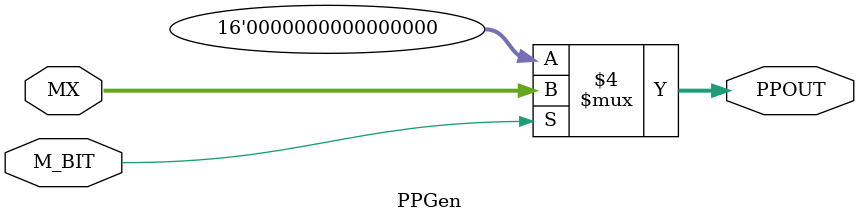
<source format=v>

module PPGen(MX,M_BIT,PPOUT);

input [15:0]MX; input M_BIT;
output [15:0]PPOUT;

reg [15:0]PPOUT;

  always @(*)
    begin
      if (M_BIT == 0)
        PPOUT = 0;
      else
        PPOUT = MX;
    end

endmodule

</source>
